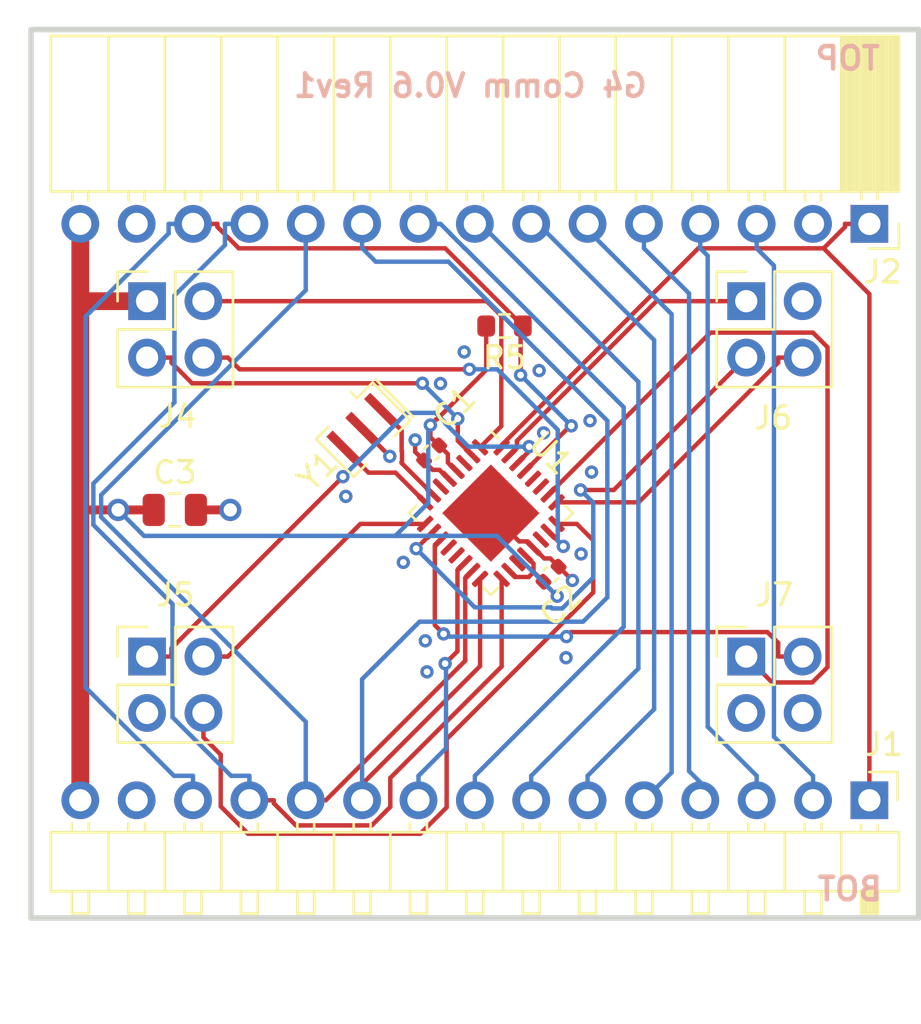
<source format=kicad_pcb>
(kicad_pcb (version 20221018) (generator pcbnew)
  (layers (0 "F.Cu" signal) (1 "In1.Cu" signal) (2 "In2.Cu" signal) (31 "B.Cu" signal) (34 "B.Paste" user) (35 "F.Paste" user) (36 "B.SilkS" user "B.Silkscreen") (37 "F.SilkS" user "F.Silkscreen") (38 "B.Mask" user) (39 "F.Mask" user) (44 "Edge.Cuts" user))
  (net 0 "")
  (net 1 "+5V")
  (net 2 "/B0_CS0")
  (net 3 "/B0_CS1")
  (net 4 "/B0_CS2")
  (net 5 "/B0_CS3")
  (net 6 "/B0_CS4")
  (net 7 "/B0_CS5")
  (net 8 "/B0_CS6")
  (net 9 "/B0_CS7")
  (net 10 "/B0_MISO")
  (net 11 "/B0_MOSI")
  (net 12 "/B0_SCK")
  (net 13 "/B1_CS0")
  (net 14 "/B1_CS1")
  (net 15 "/B1_CS2")
  (net 16 "/B1_CS3")
  (net 17 "/B1_MISO")
  (net 18 "/B1_MOSI")
  (net 19 "/B1_SCK")
  (net 20 "/EXT_INT0")
  (net 21 "/RESET_DRV0")
  (net 22 "/RESET_DRV1")
  (net 23 "/RESET_DRV2")
  (net 24 "/RESET_DRV3")
  (net 25 "/RESET_MSTR")
  (net 26 "/XTAL1")
  (net 27 "/XTAL2")
  (net 28 "GND")
  (footprint "Capacitor_SMD:C_0805_2012Metric" (layer "F.Cu") (at 56.4794 71.628)
    (fp_text reference "C3" (at 0 -1.68) (layer "F.SilkS"))
    (fp_text value "10uF")
    (pad "1" smd roundrect (at -0.95 0) (size 1 1.45) (layers "F.Cu" "F.Paste" "F.Mask") (net 1 "+5V"))
    (pad "2" smd roundrect (at 0.95 0) (size 1 1.45) (layers "F.Cu" "F.Paste" "F.Mask") (net 28 "GND"))
  )
  (footprint "Connector_PinSocket_2.54mm:PinSocket_2x02_P2.54mm_Vertical" (layer "F.Cu") (at 57.77 62.23)
    (fp_text reference "J4" (at -1.1788 5.1816) (layer "F.SilkS"))
    (fp_text value "2x2 socket")
    (pad "1" thru_hole rect (at -2.54 0) (size 1.7 1.7) (drill 1) (layers "*.Cu" "*.Mask") (net 1 "+5V"))
    (pad "2" thru_hole oval (at 0 0) (size 1.7 1.7) (drill 1) (layers "*.Cu" "*.Mask") (net 13 "/B1_CS0"))
    (pad "3" thru_hole oval (at -2.54 2.54) (size 1.7 1.7) (drill 1) (layers "*.Cu" "*.Mask") (net 19 "/B1_SCK"))
    (pad "4" thru_hole oval (at 0 2.54) (size 1.7 1.7) (drill 1) (layers "*.Cu" "*.Mask") (net 21 "/RESET_DRV0"))
  )
  (footprint "Connector_PinSocket_2.54mm:PinSocket_2x02_P2.54mm_Vertical" (layer "F.Cu") (at 84.77 62.23)
    (fp_text reference "J6" (at -1.331 5.2578) (layer "F.SilkS"))
    (fp_text value "2x2 socket")
    (pad "1" thru_hole rect (at -2.54 0) (size 1.7 1.7) (drill 1) (layers "*.Cu" "*.Mask") (net 18 "/B1_MOSI"))
    (pad "2" thru_hole oval (at 0 0) (size 1.7 1.7) (drill 1) (layers "*.Cu" "*.Mask"))
    (pad "3" thru_hole oval (at -2.54 2.54) (size 1.7 1.7) (drill 1) (layers "*.Cu" "*.Mask") (net 15 "/B1_CS2"))
    (pad "4" thru_hole oval (at 0 2.54) (size 1.7 1.7) (drill 1) (layers "*.Cu" "*.Mask") (net 23 "/RESET_DRV2"))
  )
  (footprint "Connector_PinSocket_2.54mm:PinSocket_2x02_P2.54mm_Vertical" (layer "F.Cu") (at 57.77 78.23)
    (fp_text reference "J5" (at -1.27 -2.77) (layer "F.SilkS"))
    (fp_text value "2x2 socket")
    (pad "1" thru_hole rect (at -2.54 0) (size 1.7 1.7) (drill 1) (layers "*.Cu" "*.Mask") (net 17 "/B1_MISO"))
    (pad "2" thru_hole oval (at 0 0) (size 1.7 1.7) (drill 1) (layers "*.Cu" "*.Mask") (net 14 "/B1_CS1"))
    (pad "3" thru_hole oval (at -2.54 2.54) (size 1.7 1.7) (drill 1) (layers "*.Cu" "*.Mask"))
    (pad "4" thru_hole oval (at 0 2.54) (size 1.7 1.7) (drill 1) (layers "*.Cu" "*.Mask") (net 22 "/RESET_DRV1"))
  )
  (footprint "Connector_PinSocket_2.54mm:PinSocket_2x02_P2.54mm_Vertical" (layer "F.Cu") (at 84.77 78.23)
    (fp_text reference "J7" (at -1.27 -2.77) (layer "F.SilkS"))
    (fp_text value "2x2 socket")
    (pad "1" thru_hole rect (at -2.54 0) (size 1.7 1.7) (drill 1) (layers "*.Cu" "*.Mask") (net 24 "/RESET_DRV3"))
    (pad "2" thru_hole oval (at 0 0) (size 1.7 1.7) (drill 1) (layers "*.Cu" "*.Mask") (net 16 "/B1_CS3"))
    (pad "3" thru_hole oval (at -2.54 2.54) (size 1.7 1.7) (drill 1) (layers "*.Cu" "*.Mask") (net 28 "GND"))
    (pad "4" thru_hole oval (at 0 2.54) (size 1.7 1.7) (drill 1) (layers "*.Cu" "*.Mask"))
  )
  (footprint "Resistor_SMD:R_0603_1608Metric" (layer "F.Cu") (at 71.3364 63.3476 180)
    (fp_text reference "R5" (at 0 -1.43) (layer "F.SilkS"))
    (fp_text value "4.7k")
    (pad "1" smd roundrect (at -0.825 0 180) (size 0.8 0.95) (layers "F.Cu" "F.Paste" "F.Mask") (net 25 "/RESET_MSTR"))
    (pad "2" smd roundrect (at 0.825 0 180) (size 0.8 0.95) (layers "F.Cu" "F.Paste" "F.Mask") (net 1 "+5V"))
  )
  (footprint "Connector_custom:PinHeader_1x15_P2.54mm_Horizontal" (layer "F.Cu") (at 87.78 84.7 -90)
    (fp_text reference "J1" (at -2.52 -0.66) (layer "F.SilkS"))
    (fp_text value "1x15 header" hide)
    (pad "1" thru_hole rect (at 0 0 270) (size 1.7 1.7) (drill 1) (layers "*.Cu" "*.Mask") (net 20 "/EXT_INT0"))
    (pad "2" thru_hole oval (at 0 2.54 270) (size 1.7 1.7) (drill 1) (layers "*.Cu" "*.Mask") (net 9 "/B0_CS7"))
    (pad "3" thru_hole oval (at 0 5.08 270) (size 1.7 1.7) (drill 1) (layers "*.Cu" "*.Mask") (net 8 "/B0_CS6"))
    (pad "4" thru_hole oval (at 0 7.62 270) (size 1.7 1.7) (drill 1) (layers "*.Cu" "*.Mask") (net 7 "/B0_CS5"))
    (pad "5" thru_hole oval (at 0 10.16 270) (size 1.7 1.7) (drill 1) (layers "*.Cu" "*.Mask") (net 6 "/B0_CS4"))
    (pad "6" thru_hole oval (at 0 12.7 270) (size 1.7 1.7) (drill 1) (layers "*.Cu" "*.Mask") (net 5 "/B0_CS3"))
    (pad "7" thru_hole oval (at 0 15.24 270) (size 1.7 1.7) (drill 1) (layers "*.Cu" "*.Mask") (net 4 "/B0_CS2"))
    (pad "8" thru_hole oval (at 0 17.78 270) (size 1.7 1.7) (drill 1) (layers "*.Cu" "*.Mask") (net 3 "/B0_CS1"))
    (pad "9" thru_hole oval (at 0 20.32 270) (size 1.7 1.7) (drill 1) (layers "*.Cu" "*.Mask") (net 2 "/B0_CS0"))
    (pad "10" thru_hole oval (at 0 22.86 270) (size 1.7 1.7) (drill 1) (layers "*.Cu" "*.Mask") (net 10 "/B0_MISO"))
    (pad "11" thru_hole oval (at 0 25.4 270) (size 1.7 1.7) (drill 1) (layers "*.Cu" "*.Mask") (net 11 "/B0_MOSI"))
    (pad "12" thru_hole oval (at 0 27.94 270) (size 1.7 1.7) (drill 1) (layers "*.Cu" "*.Mask") (net 12 "/B0_SCK"))
    (pad "13" thru_hole oval (at 0 30.48 270) (size 1.7 1.7) (drill 1) (layers "*.Cu" "*.Mask") (net 25 "/RESET_MSTR"))
    (pad "14" thru_hole oval (at 0 33.02 270) (size 1.7 1.7) (drill 1) (layers "*.Cu" "*.Mask") (net 28 "GND"))
    (pad "15" thru_hole oval (at 0 35.56 270) (size 1.7 1.7) (drill 1) (layers "*.Cu" "*.Mask") (net 1 "+5V"))
  )
  (footprint "Capacitor_SMD:C_0402_1005Metric" (layer "F.Cu") (at 73.4325 74.5232 45)
    (fp_text reference "C2" (at -0.693798 1.315219 45) (layer "F.SilkS"))
    (fp_text value "1uF")
    (pad "1" smd roundrect (at -0.48 0 45) (size 0.56 0.62) (layers "F.Cu" "F.Paste" "F.Mask") (net 1 "+5V"))
    (pad "2" smd roundrect (at 0.48 0 45) (size 0.56 0.62) (layers "F.Cu" "F.Paste" "F.Mask") (net 28 "GND"))
  )
  (footprint "Connector_custom:PinSocket_1x15_P2.54mm_Horizontal" (layer "F.Cu") (at 87.78 58.75 -90)
    (fp_text reference "J2" (at 2.16 -0.59) (layer "F.SilkS"))
    (fp_text value "1x15 socket")
    (pad "1" thru_hole rect (at 0 0 270) (size 1.7 1.7) (drill 1) (layers "*.Cu" "*.Mask") (net 20 "/EXT_INT0"))
    (pad "2" thru_hole oval (at 0 2.54 270) (size 1.7 1.7) (drill 1) (layers "*.Cu" "*.Mask"))
    (pad "3" thru_hole oval (at 0 5.08 270) (size 1.7 1.7) (drill 1) (layers "*.Cu" "*.Mask") (net 9 "/B0_CS7"))
    (pad "4" thru_hole oval (at 0 7.62 270) (size 1.7 1.7) (drill 1) (layers "*.Cu" "*.Mask") (net 8 "/B0_CS6"))
    (pad "5" thru_hole oval (at 0 10.16 270) (size 1.7 1.7) (drill 1) (layers "*.Cu" "*.Mask") (net 7 "/B0_CS5"))
    (pad "6" thru_hole oval (at 0 12.7 270) (size 1.7 1.7) (drill 1) (layers "*.Cu" "*.Mask") (net 6 "/B0_CS4"))
    (pad "7" thru_hole oval (at 0 15.24 270) (size 1.7 1.7) (drill 1) (layers "*.Cu" "*.Mask") (net 5 "/B0_CS3"))
    (pad "8" thru_hole oval (at 0 17.78 270) (size 1.7 1.7) (drill 1) (layers "*.Cu" "*.Mask") (net 4 "/B0_CS2"))
    (pad "9" thru_hole oval (at 0 20.32 270) (size 1.7 1.7) (drill 1) (layers "*.Cu" "*.Mask") (net 3 "/B0_CS1"))
    (pad "10" thru_hole oval (at 0 22.86 270) (size 1.7 1.7) (drill 1) (layers "*.Cu" "*.Mask") (net 10 "/B0_MISO"))
    (pad "11" thru_hole oval (at 0 25.4 270) (size 1.7 1.7) (drill 1) (layers "*.Cu" "*.Mask") (net 11 "/B0_MOSI"))
    (pad "12" thru_hole oval (at 0 27.94 270) (size 1.7 1.7) (drill 1) (layers "*.Cu" "*.Mask") (net 12 "/B0_SCK"))
    (pad "13" thru_hole oval (at 0 30.48 270) (size 1.7 1.7) (drill 1) (layers "*.Cu" "*.Mask") (net 25 "/RESET_MSTR"))
    (pad "14" thru_hole oval (at 0 33.02 270) (size 1.7 1.7) (drill 1) (layers "*.Cu" "*.Mask") (net 28 "GND"))
    (pad "15" thru_hole oval (at 0 35.56 270) (size 1.7 1.7) (drill 1) (layers "*.Cu" "*.Mask") (net 1 "+5V"))
  )
  (footprint "Package_DFN_QFN:QFN-32-1EP_5x5mm_P0.5mm_EP3.1x3.1mm" (layer "F.Cu") (at 70.7219 71.7721 -45)
    (fp_text reference "U1" (at 0 -3.82 135) (layer "F.SilkS"))
    (fp_text value "ATmega328PB-M" hide)
    (pad "1" smd roundrect (at -2.4375 -1.75 315) (size 0.875 0.25) (layers "F.Cu" "F.Paste" "F.Mask") (net 13 "/B1_CS0"))
    (pad "2" smd roundrect (at -2.4375 -1.25 315) (size 0.875 0.25) (layers "F.Cu" "F.Paste" "F.Mask") (net 19 "/B1_SCK"))
    (pad "3" smd roundrect (at -2.4375 -0.75 315) (size 0.875 0.25) (layers "F.Cu" "F.Paste" "F.Mask"))
    (pad "4" smd roundrect (at -2.4375 -0.25 315) (size 0.875 0.25) (layers "F.Cu" "F.Paste" "F.Mask") (net 1 "+5V"))
    (pad "5" smd roundrect (at -2.4375 0.25 315) (size 0.875 0.25) (layers "F.Cu" "F.Paste" "F.Mask") (net 28 "GND"))
    (pad "6" smd roundrect (at -2.4375 0.75 315) (size 0.875 0.25) (layers "F.Cu" "F.Paste" "F.Mask"))
    (pad "7" smd roundrect (at -2.4375 1.25 315) (size 0.875 0.25) (layers "F.Cu" "F.Paste" "F.Mask") (net 26 "/XTAL1"))
    (pad "8" smd roundrect (at -2.4375 1.75 315) (size 0.875 0.25) (layers "F.Cu" "F.Paste" "F.Mask") (net 27 "/XTAL2"))
    (pad "9" smd roundrect (at -1.75 2.4375 315) (size 0.25 0.875) (layers "F.Cu" "F.Paste" "F.Mask") (net 14 "/B1_CS1"))
    (pad "10" smd roundrect (at -1.25 2.4375 315) (size 0.25 0.875) (layers "F.Cu" "F.Paste" "F.Mask") (net 15 "/B1_CS2"))
    (pad "11" smd roundrect (at -0.75 2.4375 315) (size 0.25 0.875) (layers "F.Cu" "F.Paste" "F.Mask") (net 16 "/B1_CS3"))
    (pad "12" smd roundrect (at -0.25 2.4375 315) (size 0.25 0.875) (layers "F.Cu" "F.Paste" "F.Mask"))
    (pad "13" smd roundrect (at 0.25 2.4375 315) (size 0.25 0.875) (layers "F.Cu" "F.Paste" "F.Mask"))
    (pad "14" smd roundrect (at 0.75 2.4375 315) (size 0.25 0.875) (layers "F.Cu" "F.Paste" "F.Mask") (net 2 "/B0_CS0"))
    (pad "15" smd roundrect (at 1.25 2.4375 315) (size 0.25 0.875) (layers "F.Cu" "F.Paste" "F.Mask") (net 11 "/B0_MOSI"))
    (pad "16" smd roundrect (at 1.75 2.4375 315) (size 0.25 0.875) (layers "F.Cu" "F.Paste" "F.Mask") (net 10 "/B0_MISO"))
    (pad "17" smd roundrect (at 2.4375 1.75 315) (size 0.875 0.25) (layers "F.Cu" "F.Paste" "F.Mask") (net 12 "/B0_SCK"))
    (pad "18" smd roundrect (at 2.4375 1.25 315) (size 0.875 0.25) (layers "F.Cu" "F.Paste" "F.Mask") (net 1 "+5V"))
    (pad "19" smd roundrect (at 2.4375 0.75 315) (size 0.875 0.25) (layers "F.Cu" "F.Paste" "F.Mask"))
    (pad "20" smd roundrect (at 2.4375 0.25 315) (size 0.875 0.25) (layers "F.Cu" "F.Paste" "F.Mask") (net 1 "+5V"))
    (pad "21" smd roundrect (at 2.4375 -0.25 315) (size 0.875 0.25) (layers "F.Cu" "F.Paste" "F.Mask") (net 28 "GND"))
    (pad "22" smd roundrect (at 2.4375 -0.75 315) (size 0.875 0.25) (layers "F.Cu" "F.Paste" "F.Mask"))
    (pad "23" smd roundrect (at 2.4375 -1.25 315) (size 0.875 0.25) (layers "F.Cu" "F.Paste" "F.Mask") (net 21 "/RESET_DRV0"))
    (pad "24" smd roundrect (at 2.4375 -1.75 315) (size 0.875 0.25) (layers "F.Cu" "F.Paste" "F.Mask") (net 22 "/RESET_DRV1"))
    (pad "25" smd roundrect (at 1.75 -2.4375 315) (size 0.25 0.875) (layers "F.Cu" "F.Paste" "F.Mask") (net 23 "/RESET_DRV2"))
    (pad "26" smd roundrect (at 1.25 -2.4375 315) (size 0.25 0.875) (layers "F.Cu" "F.Paste" "F.Mask") (net 24 "/RESET_DRV3"))
    (pad "27" smd roundrect (at 0.75 -2.4375 315) (size 0.25 0.875) (layers "F.Cu" "F.Paste" "F.Mask"))
    (pad "28" smd roundrect (at 0.25 -2.4375 315) (size 0.25 0.875) (layers "F.Cu" "F.Paste" "F.Mask"))
    (pad "29" smd roundrect (at -0.25 -2.4375 315) (size 0.25 0.875) (layers "F.Cu" "F.Paste" "F.Mask") (net 25 "/RESET_MSTR"))
    (pad "30" smd roundrect (at -0.75 -2.4375 315) (size 0.25 0.875) (layers "F.Cu" "F.Paste" "F.Mask") (net 17 "/B1_MISO"))
    (pad "31" smd roundrect (at -1.25 -2.4375 315) (size 0.25 0.875) (layers "F.Cu" "F.Paste" "F.Mask") (net 18 "/B1_MOSI"))
    (pad "32" smd roundrect (at -1.75 -2.4375 315) (size 0.25 0.875) (layers "F.Cu" "F.Paste" "F.Mask") (net 20 "/EXT_INT0"))
    (pad "33" smd rect (at 0 0 315) (size 3.1 3.1) (layers "F.Cu" "F.Mask") (net 28 "GND"))
  )
  (footprint "Capacitor_SMD:C_0402_1005Metric" (layer "F.Cu") (at 68.0525 69.0638 -135)
    (fp_text reference "C1" (at -2.163676 0.711731 45) (layer "F.SilkS"))
    (fp_text value "1uF")
    (pad "1" smd roundrect (at -0.48 0 225) (size 0.56 0.62) (layers "F.Cu" "F.Paste" "F.Mask") (net 1 "+5V"))
    (pad "2" smd roundrect (at 0.48 0 225) (size 0.56 0.62) (layers "F.Cu" "F.Paste" "F.Mask") (net 28 "GND"))
  )
  (footprint "Crystal:Resonator_SMD_Murata_CSTxExxV-3Pin_3.0x1.1mm" (layer "F.Cu") (at 64.9698 68.0157 -135)
    (fp_text reference "Y1" (at 2.759798 0.141421 45) (layer "F.SilkS"))
    (fp_text value "20MHz")
    (pad "1" smd rect (at -1.2 0 225) (size 0.4 1.9) (layers "F.Cu" "F.Paste" "F.Mask") (net 26 "/XTAL1"))
    (pad "2" smd rect (at 0 0 225) (size 0.4 1.9) (layers "F.Cu" "F.Paste" "F.Mask") (net 28 "GND"))
    (pad "3" smd rect (at 1.2 0 225) (size 0.4 1.9) (layers "F.Cu" "F.Paste" "F.Mask") (net 27 "/XTAL2"))
  )
  (gr_line (start 90 90) (end 90 50) (stroke (width 0.25)) (layer "Edge.Cuts"))
  (gr_line (start 90 50) (end 50 50) (stroke (width 0.25)) (layer "Edge.Cuts"))
  (gr_line (start 50 50) (end 50 90) (stroke (width 0.25)) (layer "Edge.Cuts"))
  (gr_line (start 50 90) (end 90 90) (stroke (width 0.25)) (layer "Edge.Cuts"))
  (gr_text "BOT" (at 86.9 88.7) (layer "B.SilkS") (effects (font (size 1.016 1.016) (thickness 0.2032)) (justify mirror)))
  (gr_text "G4 Comm V0.6 Rev1" (at 69.7992 52.5272) (layer "B.SilkS") (effects (font (size 1.016 1.016) (thickness 0.2032)) (justify mirror)))
  (gr_text "TOP" (at 86.8 51.3) (layer "B.SilkS") (effects (font (size 1.016 1.016) (thickness 0.2032)) (justify mirror)))
  (segment (start 72.2687 73.6724) (end 72.644 74.0478) (width 0.2) (layer "F.Cu") (net 1))
  (segment (start 68.3919 68.7244) (end 68.7832 69.1157) (width 0.2) (layer "F.Cu") (net 1))
  (segment (start 52.22 58.75) (end 52.22 84.7) (width 0.8) (layer "F.Cu") (net 1))
  (segment (start 68.3688 68.7244) (end 68.3919 68.7244) (width 0.2) (layer "F.Cu") (net 1))
  (segment (start 67.9958 67.8087) (end 67.9958 68.3514) (width 0.2) (layer "F.Cu") (net 1))
  (segment (start 68.2537 67.5508) (end 68.2884 67.5508) (width 0.2) (layer "F.Cu") (net 1))
  (segment (start 72.644 74.0478) (end 72.644 74.4135) (width 0.2) (layer "F.Cu") (net 1))
  (segment (start 68.7832 69.1157) (end 68.7832 69.4944) (width 0.2) (layer "F.Cu") (net 1))
  (segment (start 67.9958 67.8087) (end 68.2537 67.5508) (width 0.2) (layer "F.Cu") (net 1))
  (segment (start 68.2884 67.5508) (end 70.5114 65.3278) (width 0.2) (layer "F.Cu") (net 1))
  (segment (start 71.5616 74.3796) (end 71.8299 74.6479) (width 0.2) (layer "F.Cu") (net 1))
  (segment (start 72.644 74.4135) (end 72.6525 74.422) (width 0.2) (layer "F.Cu") (net 1))
  (segment (start 67.9958 68.3514) (end 68.3688 68.7244) (width 0.2) (layer "F.Cu") (net 1))
  (segment (start 55.23 62.23) (end 52.22 62.23) (width 0.8) (layer "F.Cu") (net 1))
  (segment (start 68.7832 69.4944) (end 69.1606 69.8718) (width 0.2) (layer "F.Cu") (net 1))
  (segment (start 72.4266 74.6479) (end 72.6525 74.422) (width 0.2) (layer "F.Cu") (net 1))
  (segment (start 73.0931 74.8965) (end 73.0931 74.8626) (width 0.2) (layer "F.Cu") (net 1))
  (segment (start 71.8299 74.6479) (end 72.4266 74.6479) (width 0.2) (layer "F.Cu") (net 1))
  (segment (start 69.1606 69.8718) (end 69.1751 69.8718) (width 0.2) (layer "F.Cu") (net 1))
  (segment (start 53.9242 71.628) (end 52.4232 71.628) (width 0.4) (layer "F.Cu") (net 1))
  (segment (start 70.5114 65.3278) (end 70.5114 63.3476) (width 0.2) (layer "F.Cu") (net 1))
  (segment (start 55.5294 71.628) (end 53.9242 71.628) (width 0.4) (layer "F.Cu") (net 1))
  (segment (start 73.7108 75.5142) (end 73.0931 74.8965) (width 0.2) (layer "F.Cu") (net 1))
  (segment (start 72.6525 74.422) (end 73.0931 74.8626) (width 0.2) (layer "F.Cu") (net 1))
  (via (at 67.9958 67.8087) (size 0.6) (drill 0.3) (layers "F.Cu" "B.Cu") (net 1))
  (via (at 53.9242 71.628) (size 1) (drill 0.6) (layers "F.Cu" "B.Cu") (net 1))
  (via (at 73.7108 75.5142) (size 0.6) (drill 0.3) (layers "F.Cu" "B.Cu") (net 1))
  (segment (start 55.0926 72.7964) (end 53.9242 71.628) (width 0.2) (layer "B.Cu") (net 1))
  (segment (start 67.900894 71.316506) (end 66.421 72.7964) (width 0.2) (layer "B.Cu") (net 1))
  (segment (start 66.421 72.7964) (end 55.0926 72.7964) (width 0.2) (layer "B.Cu") (net 1))
  (segment (start 70.993 72.7964) (end 73.7108 75.5142) (width 0.2) (layer "B.Cu") (net 1))
  (segment (start 66.421 72.7964) (end 70.993 72.7964) (width 0.2) (layer "B.Cu") (net 1))
  (segment (start 67.900894 67.903606) (end 67.900894 71.316506) (width 0.2) (layer "B.Cu") (net 1))
  (segment (start 67.9958 67.8087) (end 67.900894 67.903606) (width 0.2) (layer "B.Cu") (net 1))
  (segment (start 69.2165 74.3382) (end 69.5287 74.026) (width 0.2) (layer "F.Cu") (net 2))
  (segment (start 69.2165 77.990488) (end 69.2165 74.3382) (width 0.2) (layer "F.Cu") (net 2))
  (segment (start 68.659694 78.547294) (end 69.2165 77.990488) (width 0.2) (layer "F.Cu") (net 2))
  (via (at 68.659694 78.547294) (size 0.6) (drill 0.3) (layers "F.Cu" "B.Cu") (net 2))
  (segment (start 68.659694 78.547294) (end 68.7 78.5876) (width 0.2) (layer "B.Cu") (net 2))
  (segment (start 68.7 82.3599) (end 67.46 83.5999) (width 0.2) (layer "B.Cu") (net 2))
  (segment (start 68.7 78.5876) (end 68.7 82.3599) (width 0.2) (layer "B.Cu") (net 2))
  (segment (start 67.46 83.5999) (end 67.46 84.7) (width 0.2) (layer "B.Cu") (net 2))
  (segment (start 76.708 76.8919) (end 70 83.5999) (width 0.2) (layer "B.Cu") (net 3))
  (segment (start 69.544365 59.85) (end 69.5528 59.85) (width 0.2) (layer "B.Cu") (net 3))
  (segment (start 67.46 58.75) (end 68.4528 58.75) (width 0.2) (layer "B.Cu") (net 3))
  (segment (start 68.9 59.205635) (end 69.544365 59.85) (width 0.2) (layer "B.Cu") (net 3))
  (segment (start 70 83.5999) (end 70 84.7) (width 0.2) (layer "B.Cu") (net 3))
  (segment (start 76.708 67.0052) (end 76.708 76.8919) (width 0.2) (layer "B.Cu") (net 3))
  (segment (start 69.5528 59.85) (end 76.708 67.0052) (width 0.2) (layer "B.Cu") (net 3))
  (segment (start 68.9 59.1972) (end 68.9 59.205635) (width 0.2) (layer "B.Cu") (net 3))
  (segment (start 68.4528 58.75) (end 68.9 59.1972) (width 0.2) (layer "B.Cu") (net 3))
  (segment (start 77.3684 65.8622) (end 77.3684 78.7715) (width 0.2) (layer "B.Cu") (net 4))
  (segment (start 77.3684 78.7715) (end 72.54 83.5999) (width 0.2) (layer "B.Cu") (net 4))
  (segment (start 70.2562 58.75) (end 77.3684 65.8622) (width 0.2) (layer "B.Cu") (net 4))
  (segment (start 70 58.75) (end 70.2562 58.75) (width 0.2) (layer "B.Cu") (net 4))
  (segment (start 72.54 83.5999) (end 72.54 84.7) (width 0.2) (layer "B.Cu") (net 4))
  (segment (start 72.847 58.75) (end 78.0796 63.9826) (width 0.2) (layer "B.Cu") (net 5))
  (segment (start 75.08 83.5999) (end 75.08 84.7) (width 0.2) (layer "B.Cu") (net 5))
  (segment (start 78.0796 80.6003) (end 75.08 83.5999) (width 0.2) (layer "B.Cu") (net 5))
  (segment (start 72.54 58.75) (end 72.847 58.75) (width 0.2) (layer "B.Cu") (net 5))
  (segment (start 78.0796 63.9826) (end 78.0796 80.6003) (width 0.2) (layer "B.Cu") (net 5))
  (segment (start 78.867 62.8142) (end 78.867 83.453) (width 0.2) (layer "B.Cu") (net 6))
  (segment (start 75.08 59.0272) (end 78.867 62.8142) (width 0.2) (layer "B.Cu") (net 6))
  (segment (start 75.08 58.75) (end 75.08 59.0272) (width 0.2) (layer "B.Cu") (net 6))
  (segment (start 78.867 83.453) (end 77.62 84.7) (width 0.2) (layer "B.Cu") (net 6))
  (segment (start 77.62 59.8501) (end 79.6544 61.8845) (width 0.2) (layer "B.Cu") (net 7))
  (segment (start 79.6544 83.3882) (end 80.16 83.8938) (width 0.2) (layer "B.Cu") (net 7))
  (segment (start 77.62 58.75) (end 77.62 59.8501) (width 0.2) (layer "B.Cu") (net 7))
  (segment (start 80.16 83.8938) (end 80.16 84.7) (width 0.2) (layer "B.Cu") (net 7))
  (segment (start 79.6544 61.8845) (end 79.6544 83.3882) (width 0.2) (layer "B.Cu") (net 7))
  (segment (start 80.4926 60.1827) (end 80.4926 81.3925) (width 0.2) (layer "B.Cu") (net 8))
  (segment (start 80.16 58.75) (end 80.16 59.8501) (width 0.2) (layer "B.Cu") (net 8))
  (segment (start 82.7 83.5999) (end 82.7 84.7) (width 0.2) (layer "B.Cu") (net 8))
  (segment (start 80.16 59.8501) (end 80.4926 60.1827) (width 0.2) (layer "B.Cu") (net 8))
  (segment (start 80.4926 81.3925) (end 82.7 83.5999) (width 0.2) (layer "B.Cu") (net 8))
  (segment (start 82.7 58.75) (end 82.7 59.8501) (width 0.2) (layer "B.Cu") (net 9))
  (segment (start 82.7 59.8501) (end 83.4779 60.628) (width 0.2) (layer "B.Cu") (net 9))
  (segment (start 85.24 84.7) (end 85.24 83.5999) (width 0.2) (layer "B.Cu") (net 9))
  (segment (start 83.4779 60.628) (end 83.4779 81.8378) (width 0.2) (layer "B.Cu") (net 9))
  (segment (start 83.4779 81.8378) (end 85.24 83.5999) (width 0.2) (layer "B.Cu") (net 9))
  (segment (start 70.2358 74.7331) (end 70.2358 78.659) (width 0.2) (layer "F.Cu") (net 10))
  (segment (start 70.2358 78.659) (end 64.92 83.9748) (width 0.2) (layer "F.Cu") (net 10))
  (segment (start 64.92 83.9748) (end 64.92 84.7) (width 0.2) (layer "F.Cu") (net 10))
  (segment (start 64.92 59.84) (end 65.532 60.452) (width 0.2) (layer "B.Cu") (net 10))
  (segment (start 75.9714 75.565) (end 74.8752 76.6612) (width 0.2) (layer "B.Cu") (net 10))
  (segment (start 67.5092 76.6612) (end 64.92 79.2504) (width 0.2) (layer "B.Cu") (net 10))
  (segment (start 64.92 79.2504) (end 64.92 84.7) (width 0.2) (layer "B.Cu") (net 10))
  (segment (start 68.8086 60.452) (end 75.9714 67.6148) (width 0.2) (layer "B.Cu") (net 10))
  (segment (start 64.92 58.75) (end 64.92 59.84) (width 0.2) (layer "B.Cu") (net 10))
  (segment (start 75.9714 67.6148) (end 75.9714 75.565) (width 0.2) (layer "B.Cu") (net 10))
  (segment (start 74.8752 76.6612) (end 67.5092 76.6612) (width 0.2) (layer "B.Cu") (net 10))
  (segment (start 65.532 60.452) (end 68.8086 60.452) (width 0.2) (layer "B.Cu") (net 10))
  (segment (start 69.5667 78.418106) (end 69.5667 78.2828) (width 0.2) (layer "F.Cu") (net 11))
  (segment (start 62.38 84.7) (end 63.284806 84.7) (width 0.2) (layer "F.Cu") (net 11))
  (segment (start 69.8822 74.3796) (end 69.5667 74.6951) (width 0.2) (layer "F.Cu") (net 11))
  (segment (start 69.5667 74.6951) (end 69.5667 78.4174) (width 0.2) (layer "F.Cu") (net 11))
  (segment (start 63.284806 84.7) (end 69.5667 78.418106) (width 0.2) (layer "F.Cu") (net 11))
  (segment (start 53.1592 70.9582) (end 53.1592 71.9474) (width 0.2) (layer "B.Cu") (net 11))
  (segment (start 62.38 81.1682) (end 62.38 84.7) (width 0.2) (layer "B.Cu") (net 11))
  (segment (start 62.38 61.7374) (end 53.1592 70.9582) (width 0.2) (layer "B.Cu") (net 11))
  (segment (start 62.38 58.75) (end 62.38 61.7374) (width 0.2) (layer "B.Cu") (net 11))
  (segment (start 53.1592 71.9474) (end 62.38 81.1682) (width 0.2) (layer "B.Cu") (net 11))
  (segment (start 60.9401 84.7) (end 60.9401 84.8375) (width 0.2) (layer "F.Cu") (net 12))
  (segment (start 65.3558 85.8333) (end 66.19 84.9991) (width 0.2) (layer "F.Cu") (net 12))
  (segment (start 60.9401 84.8375) (end 61.9359 85.8333) (width 0.2) (layer "F.Cu") (net 12))
  (segment (start 59.84 84.7) (end 60.9401 84.7) (width 0.2) (layer "F.Cu") (net 12))
  (segment (start 66.19 83.6954) (end 71.208 78.6774) (width 0.2) (layer "F.Cu") (net 12))
  (segment (start 66.19 84.9991) (end 66.19 83.6954) (width 0.2) (layer "F.Cu") (net 12))
  (segment (start 71.208 78.6774) (end 71.208 74.7331) (width 0.2) (layer "F.Cu") (net 12))
  (segment (start 61.9359 85.8333) (end 65.3558 85.8333) (width 0.2) (layer "F.Cu") (net 12))
  (segment (start 59.84 84.7) (end 59.84 83.5999) (width 0.2) (layer "B.Cu") (net 12))
  (segment (start 56.3761 75.8677) (end 52.809 72.3006) (width 0.2) (layer "B.Cu") (net 12))
  (segment (start 56.3761 80.9611) (end 56.3761 75.8677) (width 0.2) (layer "B.Cu") (net 12))
  (segment (start 59.84 83.5999) (end 59.0149 83.5999) (width 0.2) (layer "B.Cu") (net 12))
  (segment (start 52.809 72.3006) (end 52.809 70.4395) (width 0.2) (layer "B.Cu") (net 12))
  (segment (start 56.4618 66.7867) (end 56.4618 61.9822) (width 0.2) (layer "B.Cu") (net 12))
  (segment (start 59.0149 83.5999) (end 56.3761 80.9611) (width 0.2) (layer "B.Cu") (net 12))
  (segment (start 58.7399 59.7041) (end 58.7399 58.75) (width 0.2) (layer "B.Cu") (net 12))
  (segment (start 52.809 70.4395) (end 56.4618 66.7867) (width 0.2) (layer "B.Cu") (net 12))
  (segment (start 59.84 58.75) (end 58.7399 58.75) (width 0.2) (layer "B.Cu") (net 12))
  (segment (start 56.4618 61.9822) (end 58.7399 59.7041) (width 0.2) (layer "B.Cu") (net 12))
  (segment (start 58.8701 62.23) (end 70.5335 62.23) (width 0.2) (layer "F.Cu") (net 13))
  (segment (start 70.5335 62.23) (end 71.1918 62.8883) (width 0.2) (layer "F.Cu") (net 13))
  (segment (start 71.1918 67.8551) (end 70.2358 68.8111) (width 0.2) (layer "F.Cu") (net 13))
  (segment (start 57.77 62.23) (end 58.8701 62.23) (width 0.2) (layer "F.Cu") (net 13))
  (segment (start 71.1918 62.8883) (end 71.1918 67.8551) (width 0.2) (layer "F.Cu") (net 13))
  (segment (start 58.8701 78.23) (end 64.8419 72.2582) (width 0.2) (layer "F.Cu") (net 14))
  (segment (start 57.77 78.23) (end 58.8701 78.23) (width 0.2) (layer "F.Cu") (net 14))
  (segment (start 64.8419 72.2582) (end 67.7609 72.2582) (width 0.2) (layer "F.Cu") (net 14))
  (segment (start 82.2198 64.77) (end 76.2583 70.7315) (width 0.2) (layer "F.Cu") (net 15))
  (segment (start 82.23 64.77) (end 82.2198 64.77) (width 0.2) (layer "F.Cu") (net 15))
  (segment (start 68.1144 72.6118) (end 67.3549 73.3713) (width 0.2) (layer "F.Cu") (net 15))
  (segment (start 76.2583 70.7315) (end 74.7618 70.7315) (width 0.2) (layer "F.Cu") (net 15))
  (via (at 67.3549 73.3713) (size 0.6) (drill 0.3) (layers "F.Cu" "B.Cu") (net 15))
  (via (at 74.7618 70.7315) (size 0.6) (drill 0.3) (layers "F.Cu" "B.Cu") (net 15))
  (segment (start 73.482982 76.0642) (end 73.938618 76.0642) (width 0.2) (layer "B.Cu") (net 15))
  (segment (start 75.3364 71.3061) (end 74.7618 70.7315) (width 0.2) (layer "B.Cu") (net 15))
  (segment (start 69.998 76.0144) (end 73.433182 76.0144) (width 0.2) (layer "B.Cu") (net 15))
  (segment (start 73.938618 76.0642) (end 75.3364 74.666418) (width 0.2) (layer "B.Cu") (net 15))
  (segment (start 73.433182 76.0144) (end 73.482982 76.0642) (width 0.2) (layer "B.Cu") (net 15))
  (segment (start 75.3364 74.666418) (end 75.3364 71.3061) (width 0.2) (layer "B.Cu") (net 15))
  (segment (start 67.3549 73.3713) (end 69.998 76.0144) (width 0.2) (layer "B.Cu") (net 15))
  (segment (start 83.1866 77.1298) (end 74.3289 77.1298) (width 0.2) (layer "F.Cu") (net 16))
  (segment (start 83.6699 78.23) (end 83.6699 77.6131) (width 0.2) (layer "F.Cu") (net 16))
  (segment (start 83.6699 77.6131) (end 83.1866 77.1298) (width 0.2) (layer "F.Cu") (net 16))
  (segment (start 68.468 72.9653) (end 68.1956 73.2377) (width 0.2) (layer "F.Cu") (net 16))
  (segment (start 74.3289 77.1298) (end 74.1273 77.3314) (width 0.2) (layer "F.Cu") (net 16))
  (segment (start 68.1956 73.2377) (end 68.1956 76.8155) (width 0.2) (layer "F.Cu") (net 16))
  (segment (start 84.77 78.23) (end 83.6699 78.23) (width 0.2) (layer "F.Cu") (net 16))
  (segment (start 68.1956 76.8155) (end 68.5914 77.2113) (width 0.2) (layer "F.Cu") (net 16))
  (via (at 74.1273 77.3314) (size 0.6) (drill 0.3) (layers "F.Cu" "B.Cu") (net 16))
  (via (at 68.5914 77.2113) (size 0.6) (drill 0.3) (layers "F.Cu" "B.Cu") (net 16))
  (segment (start 68.7115 77.3314) (end 68.5914 77.2113) (width 0.2) (layer "B.Cu") (net 16))
  (segment (start 74.1273 77.3314) (end 68.7115 77.3314) (width 0.2) (layer "B.Cu") (net 16))
  (segment (start 64.0551 70.1312) (end 56.3301 77.8562) (width 0.2) (layer "F.Cu") (net 17))
  (segment (start 71.9151 69.5182) (end 72.4466 68.9867) (width 0.2) (layer "F.Cu") (net 17))
  (segment (start 55.23 78.23) (end 56.3301 78.23) (width 0.2) (layer "F.Cu") (net 17))
  (segment (start 72.4466 68.9867) (end 72.4466 68.7795) (width 0.2) (layer "F.Cu") (net 17))
  (segment (start 56.3301 77.8562) (end 56.3301 78.23) (width 0.2) (layer "F.Cu") (net 17))
  (via (at 72.4466 68.7795) (size 0.6) (drill 0.3) (layers "F.Cu" "B.Cu") (net 17))
  (via (at 64.0551 70.1312) (size 0.6) (drill 0.3) (layers "F.Cu" "B.Cu") (net 17))
  (segment (start 68.6813 67.748318) (end 69.712482 68.7795) (width 0.2) (layer "B.Cu") (net 17))
  (segment (start 68.2244 67.2592) (end 68.6813 67.7161) (width 0.2) (layer "B.Cu") (net 17))
  (segment (start 64.0551 70.1312) (end 66.9271 67.2592) (width 0.2) (layer "B.Cu") (net 17))
  (segment (start 66.9271 67.2592) (end 68.2244 67.2592) (width 0.2) (layer "B.Cu") (net 17))
  (segment (start 68.6813 67.7161) (end 68.6813 67.748318) (width 0.2) (layer "B.Cu") (net 17))
  (segment (start 69.712482 68.7795) (end 72.4466 68.7795) (width 0.2) (layer "B.Cu") (net 17))
  (segment (start 82.23 62.23) (end 81.1299 62.23) (width 0.2) (layer "F.Cu") (net 18))
  (segment (start 71.5616 69.1646) (end 71.8965 68.8297) (width 0.2) (layer "F.Cu") (net 18))
  (segment (start 78.1832 62.23) (end 81.1299 62.23) (width 0.2) (layer "F.Cu") (net 18))
  (segment (start 71.8965 68.8297) (end 71.8965 68.5167) (width 0.2) (layer "F.Cu") (net 18))
  (segment (start 71.8965 68.5167) (end 78.1832 62.23) (width 0.2) (layer "F.Cu") (net 18))
  (segment (start 57.2573 65.9252) (end 56.3301 64.998) (width 0.2) (layer "F.Cu") (net 19))
  (segment (start 69.2313 68.5137) (end 69.8822 69.1646) (width 0.2) (layer "F.Cu") (net 19))
  (segment (start 55.23 64.77) (end 56.3301 64.77) (width 0.2) (layer "F.Cu") (net 19))
  (segment (start 56.3301 64.998) (end 56.3301 64.77) (width 0.2) (layer "F.Cu") (net 19))
  (segment (start 69.2313 67.5205) (end 69.2313 68.5137) (width 0.2) (layer "F.Cu") (net 19))
  (segment (start 67.636 65.9252) (end 57.2573 65.9252) (width 0.2) (layer "F.Cu") (net 19))
  (via (at 67.636 65.9252) (size 0.6) (drill 0.3) (layers "F.Cu" "B.Cu") (net 19))
  (via (at 69.2313 67.5205) (size 0.6) (drill 0.3) (layers "F.Cu" "B.Cu") (net 19))
  (segment (start 69.2313 67.5205) (end 67.636 65.9252) (width 0.2) (layer "B.Cu") (net 19))
  (segment (start 80.0678 59.8501) (end 85.7174 59.8501) (width 0.2) (layer "F.Cu") (net 20))
  (segment (start 86.6799 58.8876) (end 86.6799 58.75) (width 0.2) (layer "F.Cu") (net 20))
  (segment (start 87.78 61.9127) (end 87.78 84.7) (width 0.2) (layer "F.Cu") (net 20))
  (segment (start 87.78 58.75) (end 86.6799 58.75) (width 0.2) (layer "F.Cu") (net 20))
  (segment (start 71.208 68.7099) (end 80.0678 59.8501) (width 0.2) (layer "F.Cu") (net 20))
  (segment (start 71.208 68.8111) (end 71.208 68.7099) (width 0.2) (layer "F.Cu") (net 20))
  (segment (start 85.7174 59.8501) (end 87.78 61.9127) (width 0.2) (layer "F.Cu") (net 20))
  (segment (start 85.7174 59.8501) (end 86.6799 58.8876) (width 0.2) (layer "F.Cu") (net 20))
  (segment (start 57.77 64.77) (end 58.8701 64.77) (width 0.2) (layer "F.Cu") (net 21))
  (segment (start 59.3985 65.2984) (end 69.7549 65.2984) (width 0.2) (layer "F.Cu") (net 21))
  (segment (start 73.3294 72.6118) (end 73.9859 73.2683) (width 0.2) (layer "F.Cu") (net 21))
  (segment (start 58.8701 64.77) (end 59.3985 65.2984) (width 0.2) (layer "F.Cu") (net 21))
  (via (at 69.7549 65.2984) (size 0.6) (drill 0.3) (layers "F.Cu" "B.Cu") (net 21))
  (via (at 73.9859 73.2683) (size 0.6) (drill 0.3) (layers "F.Cu" "B.Cu") (net 21))
  (segment (start 73.7362 73.0186) (end 73.7362 68.0212) (width 0.2) (layer "B.Cu") (net 21))
  (segment (start 73.9859 73.2683) (end 73.7362 73.0186) (width 0.2) (layer "B.Cu") (net 21))
  (segment (start 71.0134 65.2984) (end 69.7549 65.2984) (width 0.2) (layer "B.Cu") (net 21))
  (segment (start 73.7362 68.0212) (end 71.0134 65.2984) (width 0.2) (layer "B.Cu") (net 21))
  (segment (start 67.5422 86.2078) (end 59.7787 86.2078) (width 0.2) (layer "F.Cu") (net 22))
  (segment (start 75.3364 75.338574) (end 68.73 81.944974) (width 0.2) (layer "F.Cu") (net 22))
  (segment (start 57.77 81.8701) (end 57.77 80.77) (width 0.2) (layer "F.Cu") (net 22))
  (segment (start 75.3364 72.9996) (end 75.3364 75.338574) (width 0.2) (layer "F.Cu") (net 22))
  (segment (start 68.73 85.02) (end 67.5422 86.2078) (width 0.2) (layer "F.Cu") (net 22))
  (segment (start 58.5479 82.648) (end 57.77 81.8701) (width 0.2) (layer "F.Cu") (net 22))
  (segment (start 73.6829 72.2582) (end 74.595 72.2582) (width 0.2) (layer "F.Cu") (net 22))
  (segment (start 59.7787 86.2078) (end 58.5479 84.977) (width 0.2) (layer "F.Cu") (net 22))
  (segment (start 58.5479 84.977) (end 58.5479 82.648) (width 0.2) (layer "F.Cu") (net 22))
  (segment (start 74.595 72.2582) (end 75.3364 72.9996) (width 0.2) (layer "F.Cu") (net 22))
  (segment (start 68.73 81.944974) (end 68.73 85.02) (width 0.2) (layer "F.Cu") (net 22))
  (segment (start 84.77 64.77) (end 83.6699 64.77) (width 0.2) (layer "F.Cu") (net 23))
  (segment (start 77.3818 71.286) (end 83.6699 64.9979) (width 0.2) (layer "F.Cu") (net 23))
  (segment (start 73.6829 71.286) (end 77.3818 71.286) (width 0.2) (layer "F.Cu") (net 23))
  (segment (start 83.6699 64.9979) (end 83.6699 64.77) (width 0.2) (layer "F.Cu") (net 23))
  (segment (start 85.8943 64.3042) (end 85.8943 78.707) (width 0.2) (layer "F.Cu") (net 24))
  (segment (start 83.3959 79.3959) (end 82.23 78.23) (width 0.2) (layer "F.Cu") (net 24))
  (segment (start 73.3294 70.9324) (end 80.6173 63.6445) (width 0.2) (layer "F.Cu") (net 24))
  (segment (start 85.8943 78.707) (end 85.2054 79.3959) (width 0.2) (layer "F.Cu") (net 24))
  (segment (start 85.2054 79.3959) (end 83.3959 79.3959) (width 0.2) (layer "F.Cu") (net 24))
  (segment (start 80.6173 63.6445) (end 85.2346 63.6445) (width 0.2) (layer "F.Cu") (net 24))
  (segment (start 85.2346 63.6445) (end 85.8943 64.3042) (width 0.2) (layer "F.Cu") (net 24))
  (segment (start 58.4001 58.8876) (end 59.3626 59.8501) (width 0.2) (layer "F.Cu") (net 25))
  (segment (start 72.0624 63.4466) (end 72.1614 63.3476) (width 0.2) (layer "F.Cu") (net 25))
  (segment (start 59.3626 59.8501) (end 68.6639 59.8501) (width 0.2) (layer "F.Cu") (net 25))
  (segment (start 68.6639 59.8501) (end 72.1614 63.3476) (width 0.2) (layer "F.Cu") (net 25))
  (segment (start 58.4001 58.75) (end 58.4001 58.8876) (width 0.2) (layer "F.Cu") (net 25))
  (segment (start 74.2971 67.8434) (end 72.2687 69.8718) (width 0.2) (layer "F.Cu") (net 25))
  (segment (start 72.0624 65.5574) (end 72.0624 63.4466) (width 0.2) (layer "F.Cu") (net 25))
  (segment (start 57.3 58.75) (end 58.4001 58.75) (width 0.2) (layer "F.Cu") (net 25))
  (segment (start 74.3458 67.8434) (end 74.2971 67.8434) (width 0.2) (layer "F.Cu") (net 25))
  (via (at 72.0624 65.5574) (size 0.6) (drill 0.3) (layers "F.Cu" "B.Cu") (net 25))
  (via (at 74.3458 67.8434) (size 0.6) (drill 0.3) (layers "F.Cu" "B.Cu") (net 25))
  (segment (start 56.4415 83.5999) (end 57.3 83.5999) (width 0.2) (layer "B.Cu") (net 25))
  (segment (start 74.3458 67.8434) (end 74.3458 67.8408) (width 0.2) (layer "B.Cu") (net 25))
  (segment (start 52.4588 62.9217) (end 52.4588 79.6172) (width 0.2) (layer "B.Cu") (net 25))
  (segment (start 56.1999 58.75) (end 56.1999 59.1806) (width 0.2) (layer "B.Cu") (net 25))
  (segment (start 74.3458 67.8408) (end 72.0624 65.5574) (width 0.2) (layer "B.Cu") (net 25))
  (segment (start 56.1999 59.1806) (end 52.4588 62.9217) (width 0.2) (layer "B.Cu") (net 25))
  (segment (start 52.4588 79.6172) (end 56.4415 83.5999) (width 0.2) (layer "B.Cu") (net 25))
  (segment (start 57.3 58.75) (end 56.1999 58.75) (width 0.2) (layer "B.Cu") (net 25))
  (segment (start 57.3 84.7) (end 57.3 83.5999) (width 0.2) (layer "B.Cu") (net 25))
  (segment (start 68.1144 70.9324) (end 66.7004 69.5184) (width 0.2) (layer "F.Cu") (net 26))
  (segment (start 66.7004 69.5184) (end 66.7004 69.459418) (width 0.2) (layer "F.Cu") (net 26))
  (segment (start 66.7004 68.970582) (end 66.7004 68.0493) (width 0.2) (layer "F.Cu") (net 26))
  (segment (start 66.717 68.987182) (end 66.7004 68.970582) (width 0.2) (layer "F.Cu") (net 26))
  (segment (start 66.7004 68.0493) (end 65.8183 67.1672) (width 0.2) (layer "F.Cu") (net 26))
  (segment (start 66.7004 69.459418) (end 66.717 69.442818) (width 0.2) (layer "F.Cu") (net 26))
  (segment (start 66.717 69.442818) (end 66.717 68.987182) (width 0.2) (layer "F.Cu") (net 26))
  (segment (start 66.4265 69.9516) (end 67.7609 71.286) (width 0.2) (layer "F.Cu") (net 27))
  (segment (start 64.1213 68.8642) (end 65.2086 69.9516) (width 0.2) (layer "F.Cu") (net 27))
  (segment (start 65.2086 69.9516) (end 66.4265 69.9516) (width 0.2) (layer "F.Cu") (net 27))
  (segment (start 72.6331 73.3189) (end 73.1266 73.8124) (width 0.2) (layer "F.Cu") (net 28))
  (segment (start 73.4005 73.8124) (end 73.7719 74.1838) (width 0.2) (layer "F.Cu") (net 28))
  (segment (start 68.4022 69.8246) (end 68.0974 69.8246) (width 0.2) (layer "F.Cu") (net 28))
  (segment (start 66.167 69.215) (end 64.9698 68.0178) (width 0.2) (layer "F.Cu") (net 28))
  (segment (start 68.8216 70.2253) (end 68.8029 70.2253) (width 0.2) (layer "F.Cu") (net 28))
  (segment (start 72.6222 73.3189) (end 72.3482 73.0449) (width 0.2) (layer "F.Cu") (net 28))
  (segment (start 67.31 69.0118) (end 67.7014 69.4032) (width 0.2) (layer "F.Cu") (net 28))
  (segment (start 68.0974 69.8246) (end 67.7131 69.4403) (width 0.2) (layer "F.Cu") (net 28))
  (segment (start 67.7014 69.4032) (end 67.7131 69.4032) (width 0.2) (layer "F.Cu") (net 28))
  (segment (start 72.6222 73.3189) (end 72.6331 73.3189) (width 0.2) (layer "F.Cu") (net 28))
  (segment (start 68.8029 70.2253) (end 68.4022 69.8246) (width 0.2) (layer "F.Cu") (net 28))
  (segment (start 57.4294 71.628) (end 58.9788 71.628) (width 0.4) (layer "F.Cu") (net 28))
  (segment (start 67.31 68.4784) (end 67.31 69.0118) (width 0.2) (layer "F.Cu") (net 28))
  (segment (start 73.7774 74.1838) (end 74.3966 74.803) (width 0.2) (layer "F.Cu") (net 28))
  (segment (start 70.7219 71.7721) (end 71.9948 73.0449) (width 0.2) (layer "F.Cu") (net 28))
  (segment (start 72.3482 73.0449) (end 71.9948 73.0449) (width 0.2) (layer "F.Cu") (net 28))
  (segment (start 67.7131 69.4403) (end 67.7131 69.4032) (width 0.2) (layer "F.Cu") (net 28))
  (segment (start 64.9698 68.0178) (end 64.9698 68.0157) (width 0.2) (layer "F.Cu") (net 28))
  (segment (start 73.7719 74.1838) (end 73.7774 74.1838) (width 0.2) (layer "F.Cu") (net 28))
  (segment (start 73.1266 73.8124) (end 73.4005 73.8124) (width 0.2) (layer "F.Cu") (net 28))
  (via (at 72.898 65.3542) (size 0.6) (drill 0.3) (layers "F.Cu" "B.Cu") (net 28))
  (via (at 67.7672 77.5208) (size 0.6) (drill 0.3) (layers "F.Cu" "B.Cu") (net 28))
  (via (at 74.7869 73.6092) (size 0.6) (drill 0.3) (layers "F.Cu" "B.Cu") (net 28))
  (via (at 74.109195 78.2828) (size 0.6) (drill 0.3) (layers "F.Cu" "B.Cu") (net 28))
  (via (at 68.453 65.9384) (size 0.6) (drill 0.3) (layers "F.Cu" "B.Cu") (net 28))
  (via (at 69.5198 64.516) (size 0.6) (drill 0.3) (layers "F.Cu" "B.Cu") (net 28))
  (via (at 74.3966 74.803) (size 0.6) (drill 0.3) (layers "F.Cu" "B.Cu") (net 28))
  (via (at 64.1858 71.0184) (size 0.6) (drill 0.3) (layers "F.Cu" "B.Cu") (net 28))
  (via (at 58.9788 71.628) (size 1) (drill 0.6) (layers "F.Cu" "B.Cu") (net 28))
  (via (at 75.2602 69.9262) (size 0.6) (drill 0.3) (layers "F.Cu" "B.Cu") (net 28))
  (via (at 67.8434 78.9178) (size 0.6) (drill 0.3) (layers "F.Cu" "B.Cu") (net 28))
  (via (at 66.7766 73.9902) (size 0.6) (drill 0.3) (layers "F.Cu" "B.Cu") (net 28))
  (via (at 75.189144 67.609656) (size 0.6) (drill 0.3) (layers "F.Cu" "B.Cu") (net 28))
  (via (at 66.167 69.215) (size 0.6) (drill 0.3) (layers "F.Cu" "B.Cu") (net 28))
  (via (at 73.098294 68.160406) (size 0.6) (drill 0.3) (layers "F.Cu" "B.Cu") (net 28))
  (via (at 67.31 68.4784) (size 0.6) (drill 0.3) (layers "F.Cu" "B.Cu") (net 28))
)
</source>
